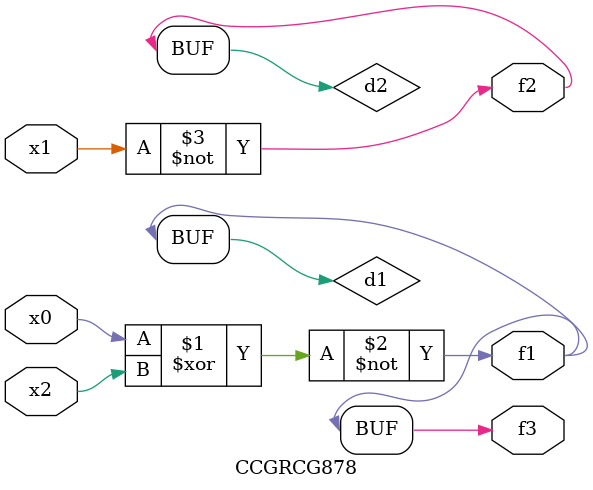
<source format=v>
module CCGRCG878(
	input x0, x1, x2,
	output f1, f2, f3
);

	wire d1, d2, d3;

	xnor (d1, x0, x2);
	nand (d2, x1);
	nor (d3, x1, x2);
	assign f1 = d1;
	assign f2 = d2;
	assign f3 = d1;
endmodule

</source>
